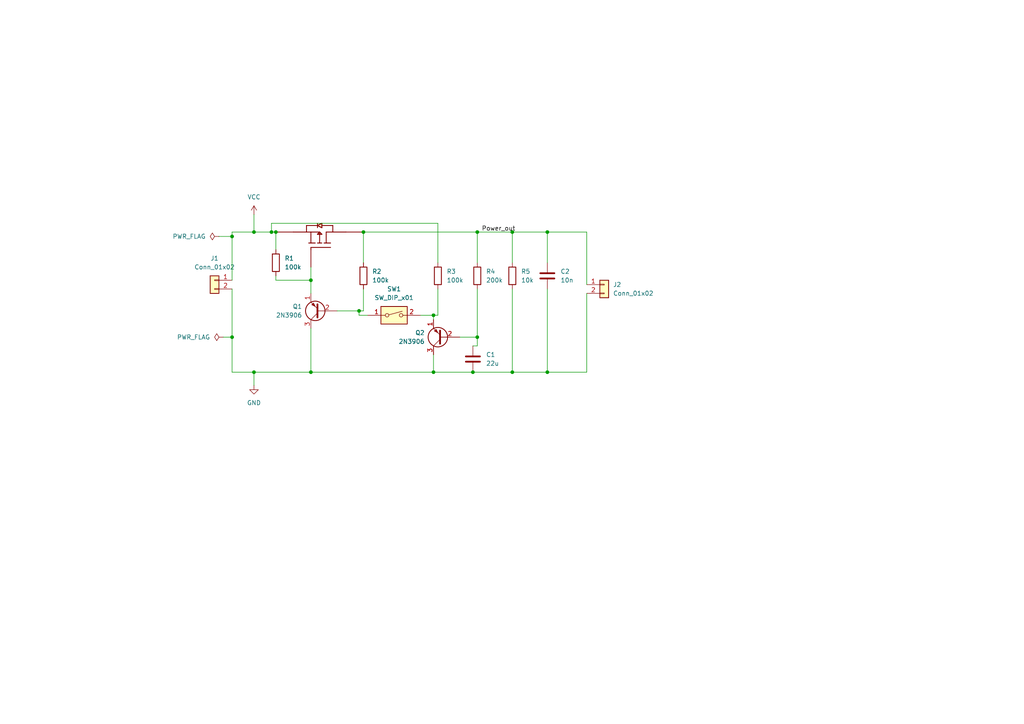
<source format=kicad_sch>
(kicad_sch (version 20211123) (generator eeschema)
  (paper "A4")
  (title_block (title "Soft Power Latch") (company "Kaung Min Khant"))
  (lib_symbols
    (symbol "Connector_Generic:Conn_01x02" (pin_names (offset 1.016) hide)
      (property "Reference" "J" (at 0 2.54 0))
      (property "Value" "Conn_01x02" (at 0 -5.08 0))
      (symbol "Conn_01x02_1_1"
        (rectangle (start -1.27 -2.413) (end 0 -2.667) (stroke (width 0.1524)))
        (rectangle (start -1.27 0.127) (end 0 -0.127) (stroke (width 0.1524)))
        (rectangle (start -1.27 1.27) (end 1.27 -3.81) (stroke (width 0.254)) (fill (type background)))
        (pin passive line (at -5.08 0 0) (length 3.81) (name "Pin_1") (number "1"))
        (pin passive line (at -5.08 -2.54 0) (length 3.81) (name "Pin_2") (number "2"))
      )
    )
    (symbol "Device:C" (pin_numbers hide) (pin_names (offset 0.254))
      (property "Reference" "C" (at 0.635 2.54 0))
      (property "Value" "C" (at 0.635 -2.54 0))
      (symbol "C_0_1"
        (polyline (pts (xy -2.032 -0.762) (xy 2.032 -0.762)) (stroke (width 0.508)))
        (polyline (pts (xy -2.032 0.762) (xy 2.032 0.762)) (stroke (width 0.508)))
      )
      (symbol "C_1_1"
        (pin passive line (at 0 3.81 270) (length 2.794) (name "~") (number "1"))
        (pin passive line (at 0 -3.81 90) (length 2.794) (name "~") (number "2"))
      )
    )
    (symbol "Device:R" (pin_numbers hide) (pin_names (offset 0))
      (property "Reference" "R" (at 2.032 0 90))
      (property "Value" "R" (at 0 0 90))
      (symbol "R_0_1"
        (rectangle (start -1.016 -2.54) (end 1.016 2.54) (stroke (width 0.254)))
      )
      (symbol "R_1_1"
        (pin passive line (at 0 3.81 270) (length 1.27) (name "~") (number "1"))
        (pin passive line (at 0 -3.81 90) (length 1.27) (name "~") (number "2"))
      )
    )
    (symbol "IRF9640:IRF9640" (pin_numbers hide) (pin_names (offset 1.016) hide)
      (symbol "IRF9640_0_0"
        (polyline (pts (xy -4.445 2.54) (xy -5.08 2.54)) (stroke (width 0.254)))
        (polyline (pts (xy -4.445 2.54) (xy -4.445 -3.175)) (stroke (width 0.254)))
        (polyline (pts (xy -3.175 -3.175) (xy -3.175 -1.905)) (stroke (width 0.254)))
        (polyline (pts (xy -3.175 -1.905) (xy -3.175 -1.27)) (stroke (width 0.254)))
        (polyline (pts (xy -3.175 -1.905) (xy 0 -1.905)) (stroke (width 0.254)))
        (polyline (pts (xy -3.175 -0.635) (xy -3.175 0)) (stroke (width 0.254)))
        (polyline (pts (xy -3.175 0) (xy -3.175 0.635)) (stroke (width 0.254)))
        (polyline (pts (xy -3.175 0) (xy 0 0)) (stroke (width 0.254)))
        (polyline (pts (xy -3.175 1.27) (xy -3.175 2.54)) (stroke (width 0.254)))
        (polyline (pts (xy -3.175 2.54) (xy -3.175 3.175)) (stroke (width 0.254)))
        (polyline (pts (xy -0.635 -0.635) (xy -0.635 0.635)) (stroke (width 0.254)))
        (polyline (pts (xy -0.635 0.635) (xy 0 0)) (stroke (width 0.254)))
        (polyline (pts (xy 0 -3.81) (xy 0 -7.62)) (stroke (width 0.254)))
        (polyline (pts (xy 0 -3.81) (xy 1.905 -3.81)) (stroke (width 0.254)))
        (polyline (pts (xy 0 -1.905) (xy 0 -3.81)) (stroke (width 0.254)))
        (polyline (pts (xy 0 0) (xy -0.635 -0.635)) (stroke (width 0.254)))
        (polyline (pts (xy 0 0) (xy 0 2.54)) (stroke (width 0.254)))
        (polyline (pts (xy 0 2.54) (xy -3.175 2.54)) (stroke (width 0.254)))
        (polyline (pts (xy 0 3.81) (xy 0 2.54)) (stroke (width 0.254)))
        (polyline (pts (xy 0 7.62) (xy 0 3.81)) (stroke (width 0.254)))
        (polyline (pts (xy 1.27 -0.635) (xy 1.905 0.635)) (stroke (width 0.254)))
        (polyline (pts (xy 1.27 0.635) (xy 1.905 0.635)) (stroke (width 0.254)))
        (polyline (pts (xy 1.905 -3.81) (xy 1.905 -0.635)) (stroke (width 0.254)))
        (polyline (pts (xy 1.905 -0.635) (xy 1.27 -0.635)) (stroke (width 0.254)))
        (polyline (pts (xy 1.905 0.635) (xy 1.905 3.81)) (stroke (width 0.254)))
        (polyline (pts (xy 1.905 0.635) (xy 2.54 -0.635)) (stroke (width 0.254)))
        (polyline (pts (xy 1.905 3.81) (xy 0 3.81)) (stroke (width 0.254)))
        (polyline (pts (xy 2.54 -0.635) (xy 1.905 -0.635)) (stroke (width 0.254)))
        (polyline (pts (xy 2.54 0.635) (xy 1.905 0.635)) (stroke (width 0.254)))
        (polyline (pts (xy -0.635 0) (xy -0.635 0.635) (xy 0 0) (xy -0.635 -0.635) (xy -0.635 0)) (stroke (width 0.254)) (fill (type background)))
        (polyline (pts (xy 1.905 -0.635) (xy 2.54 -0.635) (xy 1.905 0.635) (xy 1.27 -0.635) (xy 1.905 -0.635)) (stroke (width 0.254)) (fill (type background)))
        (pin passive line (at -10.16 2.54 0) (length 5.08) (name "~") (number "1"))
        (pin passive line (at 0 -12.7 90) (length 5.08) (name "~") (number "2"))
        (pin passive line (at 0 12.7 270) (length 5.08) (name "~") (number "3"))
      )
    )
    (symbol "Switch:SW_DIP_x01" (pin_names (offset 0) hide)
      (property "Reference" "SW" (at 0 3.81 0))
      (property "Value" "SW_DIP_x01" (at 0 -3.81 0))
      (symbol "SW_DIP_x01_0_0"
        (circle (center -2.032 0) (radius 0.508))
        (polyline (pts (xy -1.524 0.127) (xy 2.3622 1.1684)))
        (circle (center 2.032 0) (radius 0.508))
      )
      (symbol "SW_DIP_x01_0_1"
        (rectangle (start -3.81 2.54) (end 3.81 -2.54) (stroke (width 0.254)) (fill (type background)))
      )
      (symbol "SW_DIP_x01_1_1"
        (pin passive line (at -7.62 0 0) (length 5.08) (name "~") (number "1"))
        (pin passive line (at 7.62 0 180) (length 5.08) (name "~") (number "2"))
      )
    )
    (symbol "Transistor_BJT:2N3906" (pin_names (offset 0) hide)
      (property "Reference" "Q" (at 5.08 1.905 0))
      (property "Value" "2N3906" (at 5.08 0 0))
      (symbol "2N3906_0_1"
        (polyline (pts (xy 0.635 0.635) (xy 2.54 2.54)))
        (polyline (pts (xy 0.635 -0.635) (xy 2.54 -2.54) (xy 2.54 -2.54)))
        (polyline (pts (xy 0.635 1.905) (xy 0.635 -1.905) (xy 0.635 -1.905)) (stroke (width 0.508)))
        (polyline (pts (xy 2.286 -1.778) (xy 1.778 -2.286) (xy 1.27 -1.27) (xy 2.286 -1.778) (xy 2.286 -1.778)) (fill (type outline)))
        (circle (center 1.27 0) (radius 2.8194) (stroke (width 0.254)))
      )
      (symbol "2N3906_1_1"
        (pin passive line (at 2.54 -5.08 90) (length 2.54) (name "E") (number "1"))
        (pin input line (at -5.08 0 0) (length 5.715) (name "B") (number "2"))
        (pin passive line (at 2.54 5.08 270) (length 2.54) (name "C") (number "3"))
      )
    )
    (symbol "power:GND" (power) (pin_names (offset 0))
      (property "Value" "GND" (at 0 -3.81 0))
      (symbol "GND_0_1"
        (polyline (pts (xy 0 0) (xy 0 -1.27) (xy 1.27 -1.27) (xy 0 -2.54) (xy -1.27 -1.27) (xy 0 -1.27)))
      )
      (symbol "GND_1_1"
        (pin power_in line (at 0 0 270) (length 0) hide (name "GND") (number "1"))
      )
    )
    (symbol "power:PWR_FLAG" (power) (pin_numbers hide) (pin_names (offset 0) hide)
      (property "Value" "PWR_FLAG" (at 0 3.81 0))
      (symbol "PWR_FLAG_0_0"
        (pin power_out line (at 0 0 90) (length 0) (name "pwr") (number "1"))
      )
      (symbol "PWR_FLAG_0_1"
        (polyline (pts (xy 0 0) (xy 0 1.27) (xy -1.016 1.905) (xy 0 2.54) (xy 1.016 1.905) (xy 0 1.27)))
      )
    )
    (symbol "power:VCC" (power) (pin_names (offset 0))
      (property "Value" "VCC" (at 0 3.81 0))
      (symbol "VCC_0_1"
        (polyline (pts (xy -0.762 1.27) (xy 0 2.54)))
        (polyline (pts (xy 0 0) (xy 0 2.54)))
        (polyline (pts (xy 0 2.54) (xy 0.762 1.27)))
      )
      (symbol "VCC_1_1"
        (pin power_in line (at 0 0 90) (length 0) hide (name "VCC") (number "1"))
      )
    )
  )
  (junction (at 137.16 107.95))
  (junction (at 138.43 67.31))
  (junction (at 104.14 90.17))
  (junction (at 67.31 97.79))
  (junction (at 148.59 107.95))
  (junction (at 73.66 107.95))
  (junction (at 67.31 68.58))
  (junction (at 158.75 107.95))
  (junction (at 90.17 81.28))
  (junction (at 138.43 97.79))
  (junction (at 105.41 67.31))
  (junction (at 158.75 67.31))
  (junction (at 125.73 107.95))
  (junction (at 148.59 67.31))
  (junction (at 73.66 67.31))
  (junction (at 78.74 67.31))
  (junction (at 125.73 91.44))
  (junction (at 90.17 107.95))
  (junction (at 80.01 67.31))
  (wire (pts (xy 80.01 80.01) (xy 80.01 81.28)))
  (wire (pts (xy 170.18 67.31) (xy 170.18 82.55)))
  (wire (pts (xy 148.59 83.82) (xy 148.59 107.95)))
  (wire (pts (xy 133.35 97.79) (xy 138.43 97.79)))
  (wire (pts (xy 73.66 111.76) (xy 73.66 107.95)))
  (wire (pts (xy 158.75 67.31) (xy 158.75 76.2)))
  (wire (pts (xy 73.66 67.31) (xy 78.74 67.31)))
  (wire (pts (xy 64.77 97.79) (xy 67.31 97.79)))
  (wire (pts (xy 158.75 83.82) (xy 158.75 107.95)))
  (wire (pts (xy 67.31 107.95) (xy 73.66 107.95)))
  (wire (pts (xy 158.75 67.31) (xy 170.18 67.31)))
  (wire (pts (xy 148.59 67.31) (xy 148.59 76.2)))
  (wire (pts (xy 138.43 83.82) (xy 138.43 97.79)))
  (wire (pts (xy 67.31 67.31) (xy 73.66 67.31)))
  (wire (pts (xy 67.31 97.79) (xy 67.31 107.95)))
  (wire (pts (xy 97.79 90.17) (xy 104.14 90.17)))
  (wire (pts (xy 158.75 107.95) (xy 170.18 107.95)))
  (wire (pts (xy 125.73 102.87) (xy 125.73 107.95)))
  (wire (pts (xy 90.17 81.28) (xy 90.17 85.09)))
  (wire (pts (xy 148.59 107.95) (xy 158.75 107.95)))
  (wire (pts (xy 90.17 77.47) (xy 90.17 81.28)))
  (wire (pts (xy 90.17 107.95) (xy 125.73 107.95)))
  (wire (pts (xy 125.73 91.44) (xy 121.92 91.44)))
  (wire (pts (xy 104.14 91.44) (xy 104.14 90.17)))
  (wire (pts (xy 137.16 107.95) (xy 148.59 107.95)))
  (wire (pts (xy 105.41 83.82) (xy 105.41 90.17)))
  (wire (pts (xy 80.01 67.31) (xy 80.01 72.39)))
  (wire (pts (xy 125.73 91.44) (xy 125.73 92.71)))
  (wire (pts (xy 106.68 91.44) (xy 104.14 91.44)))
  (wire (pts (xy 104.14 90.17) (xy 105.41 90.17)))
  (wire (pts (xy 138.43 67.31) (xy 138.43 76.2)))
  (wire (pts (xy 138.43 97.79) (xy 138.43 100.33)))
  (wire (pts (xy 148.59 67.31) (xy 158.75 67.31)))
  (wire (pts (xy 127 76.2) (xy 127 64.77)))
  (wire (pts (xy 67.31 83.82) (xy 67.31 97.79)))
  (wire (pts (xy 105.41 67.31) (xy 105.41 76.2)))
  (wire (pts (xy 138.43 67.31) (xy 148.59 67.31)))
  (wire (pts (xy 78.74 67.31) (xy 80.01 67.31)))
  (wire (pts (xy 73.66 107.95) (xy 90.17 107.95)))
  (wire (pts (xy 80.01 81.28) (xy 90.17 81.28)))
  (wire (pts (xy 105.41 67.31) (xy 138.43 67.31)))
  (wire (pts (xy 127 91.44) (xy 125.73 91.44)))
  (wire (pts (xy 125.73 107.95) (xy 137.16 107.95)))
  (wire (pts (xy 90.17 95.25) (xy 90.17 107.95)))
  (wire (pts (xy 78.74 64.77) (xy 78.74 67.31)))
  (wire (pts (xy 73.66 62.23) (xy 73.66 67.31)))
  (wire (pts (xy 67.31 81.28) (xy 67.31 68.58)))
  (wire (pts (xy 63.5 68.58) (xy 67.31 68.58)))
  (wire (pts (xy 127 64.77) (xy 78.74 64.77)))
  (wire (pts (xy 170.18 107.95) (xy 170.18 85.09)))
  (wire (pts (xy 138.43 100.33) (xy 137.16 100.33)))
  (wire (pts (xy 67.31 68.58) (xy 67.31 67.31)))
  (wire (pts (xy 127 83.82) (xy 127 91.44)))
  (label "Power_out" (at 139.7 67.31 0))
  (symbol (lib_id "Switch:SW_DIP_x01") (at 114.3 91.44 0) (unit 1)
    (property "Reference" "SW1" (at 114.3 83.82 0))
    (property "Value" "SW_DIP_x01" (at 114.3 86.36 0))
    (property "Footprint" "Button_Switch_THT:SW_CW_GPTS203211B" (effects hide))
  )
  (symbol (lib_id "Transistor_BJT:2N3906") (at 128.27 97.79 180) (unit 1)
    (property "Reference" "Q2" (at 123.19 96.5199 0) (effects (justify left)))
    (property "Value" "2N3906" (at 123.19 99.0599 0) (effects (justify left)))
    (property "Footprint" "Package_TO_SOT_THT:TO-92_Inline" (effects hide))
    (property "Datasheet" "https://www.onsemi.com/pub/Collateral/2N3906-D.PDF" (effects hide))
  )
  (symbol (lib_id "Connector_Generic:Conn_01x02") (at 62.23 81.28 0) (mirror y) (unit 1)
    (property "Reference" "J1" (at 62.23 74.93 0))
    (property "Value" "Conn_01x02" (at 62.23 77.47 0))
    (property "Footprint" "Connector_Wire:SolderWire-0.5sqmm_1x02_P4.8mm_D0.9mm_OD2.3mm" (effects hide))
  )
  (symbol (lib_id "power:GND") (at 73.66 111.76 0) (unit 1)
    (property "Reference" "#PWR0102" (effects hide))
    (property "Value" "GND" (at 73.66 116.84 0))
  )
  (symbol (lib_id "power:PWR_FLAG") (at 63.5 68.58 90) (unit 1)
    (property "Reference" "#FLG0101" (effects hide))
    (property "Value" "PWR_FLAG" (at 59.69 68.5799 90) (effects (justify left)))
  )
  (symbol (lib_id "power:PWR_FLAG") (at 64.77 97.79 90) (unit 1)
    (property "Reference" "#FLG0102" (effects hide))
    (property "Value" "PWR_FLAG" (at 60.96 97.7899 90) (effects (justify left)))
  )
  (symbol (lib_id "power:VCC") (at 73.66 62.23 0) (unit 1)
    (property "Reference" "#PWR0101" (effects hide))
    (property "Value" "VCC" (at 73.66 57.15 0))
  )
  (symbol (lib_id "Device:R") (at 148.59 80.01 0) (unit 1)
    (property "Reference" "R5" (at 151.13 78.7399 0) (effects (justify left)))
    (property "Value" "10k" (at 151.13 81.2799 0) (effects (justify left)))
    (property "Footprint" "Resistor_THT:R_Axial_DIN0414_L11.9mm_D4.5mm_P15.24mm_Horizontal" (effects hide))
  )
  (symbol (lib_id "Connector_Generic:Conn_01x02") (at 175.26 82.55 0) (unit 1)
    (property "Reference" "J2" (at 177.8 82.5499 0) (effects (justify left)))
    (property "Value" "Conn_01x02" (at 177.8 85.0899 0) (effects (justify left)))
    (property "Footprint" "Connector_Wire:SolderWire-0.5sqmm_1x02_P4.8mm_D0.9mm_OD2.3mm" (effects hide))
  )
  (symbol (lib_id "Device:R") (at 80.01 76.2 0) (unit 1)
    (property "Reference" "R1" (at 82.55 74.9299 0) (effects (justify left)))
    (property "Value" "100k" (at 82.55 77.4699 0) (effects (justify left)))
    (property "Footprint" "Resistor_THT:R_Axial_DIN0414_L11.9mm_D4.5mm_P15.24mm_Horizontal" (effects hide))
  )
  (symbol (lib_id "Device:C") (at 158.75 80.01 0) (unit 1)
    (property "Reference" "C2" (at 162.56 78.7399 0) (effects (justify left)))
    (property "Value" "10n" (at 162.56 81.2799 0) (effects (justify left)))
    (property "Footprint" "Capacitor_THT:C_Disc_D7.0mm_W2.5mm_P5.00mm" (effects hide))
  )
  (symbol (lib_id "Transistor_BJT:2N3906") (at 92.71 90.17 180) (unit 1)
    (property "Reference" "Q1" (at 87.63 88.8999 0) (effects (justify left)))
    (property "Value" "2N3906" (at 87.63 91.4399 0) (effects (justify left)))
    (property "Footprint" "Package_TO_SOT_THT:TO-92_Inline" (effects hide))
    (property "Datasheet" "https://www.onsemi.com/pub/Collateral/2N3906-D.PDF" (effects hide))
  )
  (symbol (lib_id "IRF9640:IRF9640") (at 92.71 67.31 90) (unit 1)
    (property "Reference" "Q3" (effects hide))
    (property "Value" "IRF9640" (effects hide))
    (property "Footprint" "IRF9640:TO254P1052X465X1989-3" (effects hide))
    (property "STANDARD" "IPC-7351B" (effects hide))
    (property "MANUFACTURER" "VISHAY" (effects hide))
    (property "SNAPEDA_PACKAGE_ID" "5994" (effects hide))
    (property "PARTREV" "C" (effects hide))
  )
  (symbol (lib_id "Device:R") (at 138.43 80.01 0) (unit 1)
    (property "Reference" "R4" (at 140.97 78.7399 0) (effects (justify left)))
    (property "Value" "200k" (at 140.97 81.2799 0) (effects (justify left)))
    (property "Footprint" "Resistor_THT:R_Axial_DIN0414_L11.9mm_D4.5mm_P15.24mm_Horizontal" (effects hide))
  )
  (symbol (lib_id "Device:R") (at 105.41 80.01 0) (unit 1)
    (property "Reference" "R2" (at 107.95 78.7399 0) (effects (justify left)))
    (property "Value" "100k" (at 107.95 81.2799 0) (effects (justify left)))
    (property "Footprint" "Resistor_THT:R_Axial_DIN0414_L11.9mm_D4.5mm_P15.24mm_Horizontal" (effects hide))
  )
  (symbol (lib_id "Device:C") (at 137.16 104.14 0) (unit 1)
    (property "Reference" "C1" (at 140.97 102.8699 0) (effects (justify left)))
    (property "Value" "22u" (at 140.97 105.4099 0) (effects (justify left)))
    (property "Footprint" "Capacitor_THT:CP_Radial_D10.0mm_P5.00mm" (effects hide))
  )
  (symbol (lib_id "Device:R") (at 127 80.01 0) (unit 1)
    (property "Reference" "R3" (at 129.54 78.7399 0) (effects (justify left)))
    (property "Value" "100k" (at 129.54 81.2799 0) (effects (justify left)))
    (property "Footprint" "Resistor_THT:R_Axial_DIN0414_L11.9mm_D4.5mm_P15.24mm_Horizontal" (effects hide))
  )
)
</source>
